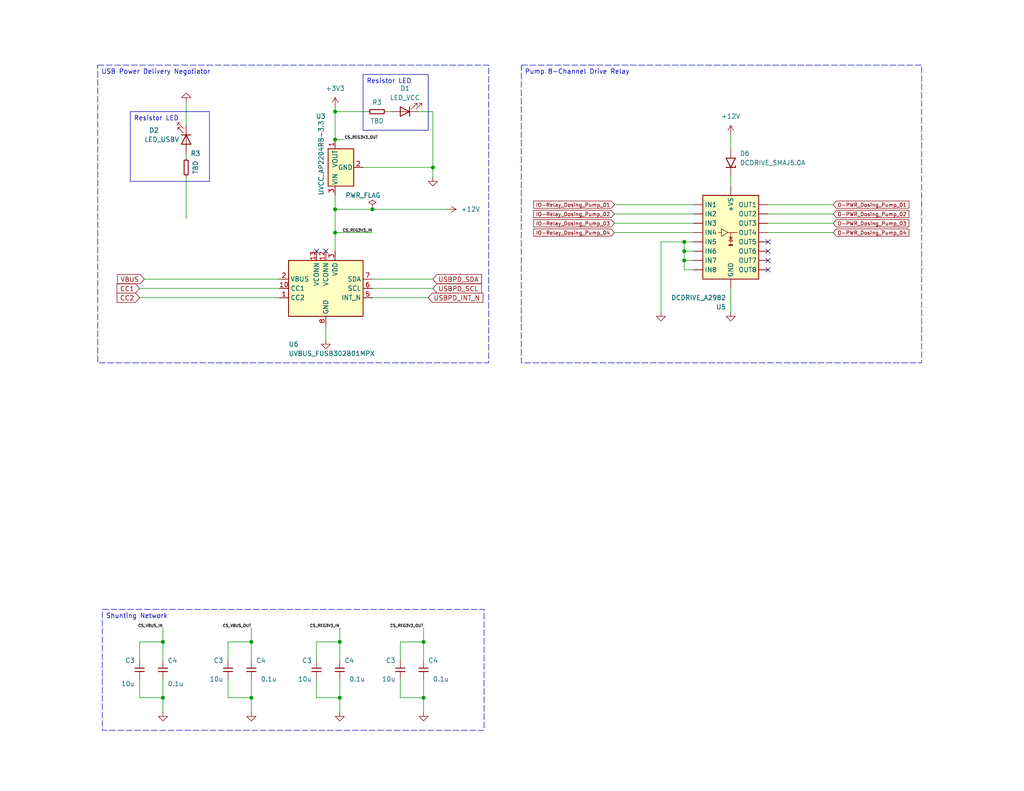
<source format=kicad_sch>
(kicad_sch (version 20230121) (generator eeschema)
  (paper "USLetter")
  (title_block (date "2023-11-12") (rev "10") (company "COEN/ELEC 490 Team 18"))
  (lib_symbols
    (symbol "Device:LED" (pin_numbers hide) (pin_names (offset 1.016) hide)
      (property "Reference" "D" (at 0 2.54 0))
      (property "Value" "LED" (at 0 -2.54 0))
      (symbol "LED_0_1"
        (polyline (pts (xy -1.27 -1.27) (xy -1.27 1.27)) (stroke (width 0.254)))
        (polyline (pts (xy -1.27 0) (xy 1.27 0)))
        (polyline (pts (xy 1.27 -1.27) (xy 1.27 1.27) (xy -1.27 0) (xy 1.27 -1.27)) (stroke (width 0.254)))
        (polyline (pts (xy -3.048 -0.762) (xy -4.572 -2.286) (xy -3.81 -2.286) (xy -4.572 -2.286) (xy -4.572 -1.524)))
        (polyline (pts (xy -1.778 -0.762) (xy -3.302 -2.286) (xy -2.54 -2.286) (xy -3.302 -2.286) (xy -3.302 -1.524)))
      )
      (symbol "LED_1_1"
        (pin passive line (at -3.81 0 0) (length 2.54) (name "K") (number "1"))
        (pin passive line (at 3.81 0 180) (length 2.54) (name "A") (number "2"))
      )
    )
    (symbol "Diode:SMAJ5.0A" (pin_numbers hide) (pin_names (offset 1.016) hide)
      (property "Reference" "D" (at 0 2.54 0))
      (property "Value" "SMAJ5.0A" (at 0 -2.54 0))
      (symbol "SMAJ5.0A_0_1"
        (polyline (pts (xy -0.762 1.27) (xy -1.27 1.27) (xy -1.27 -1.27)) (stroke (width 0.254)))
        (polyline (pts (xy 1.27 1.27) (xy 1.27 -1.27) (xy -1.27 0) (xy 1.27 1.27)) (stroke (width 0.254)))
      )
      (symbol "SMAJ5.0A_1_1"
        (pin passive line (at -3.81 0 0) (length 2.54) (name "A1") (number "1"))
        (pin passive line (at 3.81 0 180) (length 2.54) (name "A2") (number "2"))
      )
    )
    (symbol "GND_6" (power) (pin_numbers hide) (pin_names (offset 0) hide)
      (property "Value" "GND_6" (at 0 -3.81 0))
      (symbol "GND_6_0_1"
        (polyline (pts (xy 0 0) (xy 0 -1.27) (xy 1.27 -1.27) (xy 0 -2.54) (xy -1.27 -1.27) (xy 0 -1.27)))
      )
      (symbol "GND_6_1_1"
        (pin power_in line (at 0 0 270) (length 0) hide (name "GND") (number "1"))
      )
    )
    (symbol "GND_9" (power) (pin_numbers hide) (pin_names (offset 0) hide)
      (property "Value" "GND_9" (at 0 -3.81 0))
      (symbol "GND_9_0_1"
        (polyline (pts (xy 0 0) (xy 0 -1.27) (xy 1.27 -1.27) (xy 0 -2.54) (xy -1.27 -1.27) (xy 0 -1.27)))
      )
      (symbol "GND_9_1_1"
        (pin power_in line (at 0 0 270) (length 0) hide (name "GND") (number "1"))
      )
    )
    (symbol "Interface_USB:FUSB302B01MPX"
      (property "Reference" "U" (at -10.16 8.89 0))
      (property "Value" "FUSB302B01MPX" (at 3.81 8.89 0))
      (symbol "FUSB302B01MPX_0_1"
        (rectangle (start -10.16 7.62) (end 10.16 -7.62) (stroke (width 0.254)) (fill (type background)))
      )
      (symbol "FUSB302B01MPX_1_1"
        (pin bidirectional line (at 12.7 -2.54 180) (length 2.54) (name "CC2") (number "1"))
        (pin bidirectional line (at 12.7 0 180) (length 2.54) (name "CC1") (number "10"))
        (pin bidirectional line (at 12.7 0 180) (length 2.54) hide (name "CC1") (number "11"))
        (pin power_in line (at 0 10.16 270) (length 2.54) (name "VCONN") (number "12"))
        (pin power_in line (at 2.54 10.16 270) (length 2.54) (name "VCONN") (number "13"))
        (pin bidirectional line (at 12.7 -2.54 180) (length 2.54) hide (name "CC2") (number "14"))
        (pin passive line (at 0 -10.16 90) (length 2.54) hide (name "GND") (number "15"))
        (pin input line (at 12.7 2.54 180) (length 2.54) (name "VBUS") (number "2"))
        (pin power_in line (at -2.54 10.16 270) (length 2.54) (name "VDD") (number "3"))
        (pin passive line (at -2.54 10.16 270) (length 2.54) hide (name "VDD") (number "4"))
        (pin open_collector line (at -12.7 -2.54 0) (length 2.54) (name "INT_N") (number "5"))
        (pin input line (at -12.7 0 0) (length 2.54) (name "SCL") (number "6"))
        (pin bidirectional line (at -12.7 2.54 0) (length 2.54) (name "SDA") (number "7"))
        (pin power_in line (at 0 -10.16 90) (length 2.54) (name "GND") (number "8"))
        (pin passive line (at 0 -10.16 90) (length 2.54) hide (name "GND") (number "9"))
      )
    )
    (symbol "PCM_Generic-50:C,IEC" (pin_numbers hide) (pin_names (offset 0) hide)
      (property "Reference" "C" (at 1.27 1.27 0))
      (property "Value" "C,IEC" (at 1.27 -1.27 0))
      (property "Indicator" "+" (at -1.27 1.27 0))
      (symbol "C,IEC_1_1"
        (polyline (pts (xy -1.27 -0.4572) (xy 1.27 -0.4572)) (stroke (width 0.254)))
        (polyline (pts (xy -1.27 0.4572) (xy 1.27 0.4572)) (stroke (width 0.254)))
        (pin passive line (at 0 2.54 270) (length 2.0828) (name "+") (number "1"))
        (pin passive line (at 0 -2.54 90) (length 2.0828) (name "-") (number "2"))
      )
    )
    (symbol "PCM_Generic-50:R,IEC" (pin_numbers hide) (pin_names (offset 0) hide)
      (property "Reference" "R" (at 1.27 1.27 0))
      (property "Value" "R,IEC" (at 1.27 -1.27 0))
      (symbol "R,IEC_1_1"
        (rectangle (start -0.5588 1.9812) (end 0.5588 -1.9812) (stroke (width 0.254)))
        (pin passive line (at 0 2.54 270) (length 0.5588) (name "+") (number "1"))
        (pin passive line (at 0 -2.54 90) (length 0.5588) (name "-") (number "2"))
      )
    )
    (symbol "Regulator_Linear:AP2204RB-3.3" (pin_names (offset 0.254))
      (property "Reference" "U" (at -5.08 3.175 0))
      (property "Value" "AP2204RB-3.3" (at 0 3.175 0))
      (symbol "AP2204RB-3.3_0_1"
        (rectangle (start -5.08 1.905) (end 5.08 -5.08) (stroke (width 0.254)) (fill (type background)))
      )
      (symbol "AP2204RB-3.3_1_1"
        (pin power_out line (at 7.62 0 180) (length 2.54) (name "VOUT") (number "1"))
        (pin power_in line (at 0 -7.62 90) (length 2.54) (name "GND") (number "2"))
        (pin power_in line (at -7.62 0 0) (length 2.54) (name "VIN") (number "3"))
      )
    )
    (symbol "Transistor_Array:A2982" (pin_numbers hide)
      (property "Reference" "U" (at -7.62 11.43 0))
      (property "Value" "A2982" (at 7.62 11.43 0))
      (symbol "A2982_0_1"
        (rectangle (start -7.62 10.16) (end 7.62 -12.7) (stroke (width 0.254)) (fill (type background)))
        (rectangle (start -0.508 -3.302) (end 0.508 -3.556) (fill (type outline)))
        (polyline (pts (xy -1.778 -2.794) (xy -1.778 -2.794)) (stroke (width 0.254)))
        (polyline (pts (xy -1.778 -2.032) (xy -1.778 -2.032)) (stroke (width 0.254)))
        (polyline (pts (xy -1.778 -1.27) (xy -1.778 -1.27)) (stroke (width 0.254)))
        (polyline (pts (xy -1.778 1.27) (xy -1.778 1.27)) (stroke (width 0.254)))
        (polyline (pts (xy -1.778 2.032) (xy -1.778 2.032)) (stroke (width 0.254)))
        (polyline (pts (xy -1.778 2.794) (xy -1.778 2.794)) (stroke (width 0.254)))
        (polyline (pts (xy -0.762 0) (xy 1.778 0)))
        (polyline (pts (xy -0.508 -1.27) (xy 0.508 -1.27)))
        (polyline (pts (xy 0 0) (xy 0 -3.302)))
        (polyline (pts (xy 0 0) (xy 0 0)) (stroke (width 0.508)))
        (polyline (pts (xy 0 -1.27) (xy -0.508 -2.286) (xy 0.508 -2.286) (xy 0 -1.27)))
        (polyline (pts (xy -3.302 0) (xy -2.54 0) (xy -2.54 1.016) (xy -0.762 0) (xy -2.54 -1.016) (xy -2.54 0)))
      )
      (symbol "A2982_1_1"
        (pin input line (at -10.16 7.62 0) (length 2.54) (name "IN1") (number "1"))
        (pin no_connect line (at -2.54 -12.7 90) (length 2.54) hide (name "NC") (number "10"))
        (pin no_connect line (at 2.54 -12.7 90) (length 2.54) hide (name "NC") (number "11"))
        (pin power_in line (at 0 -15.24 90) (length 2.54) (name "GND") (number "12"))
        (pin open_emitter line (at 10.16 -10.16 180) (length 2.54) (name "OUT8") (number "13"))
        (pin open_emitter line (at 10.16 -7.62 180) (length 2.54) (name "OUT7") (number "14"))
        (pin open_emitter line (at 10.16 -5.08 180) (length 2.54) (name "OUT6") (number "15"))
        (pin open_emitter line (at 10.16 -2.54 180) (length 2.54) (name "OUT5") (number "16"))
        (pin open_emitter line (at 10.16 0 180) (length 2.54) (name "OUT4") (number "17"))
        (pin open_emitter line (at 10.16 2.54 180) (length 2.54) (name "OUT3") (number "18"))
        (pin open_emitter line (at 10.16 5.08 180) (length 2.54) (name "OUT2") (number "19"))
        (pin input line (at -10.16 5.08 0) (length 2.54) (name "IN2") (number "2"))
        (pin open_emitter line (at 10.16 7.62 180) (length 2.54) (name "OUT1") (number "20"))
        (pin input line (at -10.16 2.54 0) (length 2.54) (name "IN3") (number "3"))
        (pin input line (at -10.16 0 0) (length 2.54) (name "IN4") (number "4"))
        (pin input line (at -10.16 -2.54 0) (length 2.54) (name "IN5") (number "5"))
        (pin input line (at -10.16 -5.08 0) (length 2.54) (name "IN6") (number "6"))
        (pin input line (at -10.16 -7.62 0) (length 2.54) (name "IN7") (number "7"))
        (pin input line (at -10.16 -10.16 0) (length 2.54) (name "IN8") (number "8"))
        (pin power_in line (at 0 12.7 270) (length 2.54) (name "+VS") (number "9"))
      )
    )
    (symbol "power:+12V" (power) (pin_numbers hide) (pin_names (offset 0) hide)
      (property "Value" "+12V" (at 0 3.556 0))
      (symbol "+12V_0_1"
        (polyline (pts (xy -0.762 1.27) (xy 0 2.54)))
        (polyline (pts (xy 0 0) (xy 0 2.54)))
        (polyline (pts (xy 0 2.54) (xy 0.762 1.27)))
      )
      (symbol "+12V_1_1"
        (pin power_in line (at 0 0 90) (length 0) hide (name "+12V") (number "1"))
      )
    )
    (symbol "power:+3V3" (power) (pin_numbers hide) (pin_names (offset 0) hide)
      (property "Value" "+3V3" (at 0 3.556 0))
      (symbol "+3V3_0_1"
        (polyline (pts (xy -0.762 1.27) (xy 0 2.54)))
        (polyline (pts (xy 0 0) (xy 0 2.54)))
        (polyline (pts (xy 0 2.54) (xy 0.762 1.27)))
      )
      (symbol "+3V3_1_1"
        (pin power_in line (at 0 0 90) (length 0) hide (name "+3V3") (number "1"))
      )
    )
    (symbol "power:GND" (power) (pin_numbers hide) (pin_names (offset 0) hide)
      (property "Value" "GND" (at 0 -3.81 0))
      (symbol "GND_0_1"
        (polyline (pts (xy 0 0) (xy 0 -1.27) (xy 1.27 -1.27) (xy 0 -2.54) (xy -1.27 -1.27) (xy 0 -1.27)))
      )
      (symbol "GND_1_1"
        (pin power_in line (at 0 0 270) (length 0) hide (name "GND") (number "1"))
      )
    )
    (symbol "power:PWR_FLAG" (power) (pin_numbers hide) (pin_names (offset 0) hide)
      (property "Value" "PWR_FLAG" (at 0 3.81 0))
      (symbol "PWR_FLAG_0_0"
        (pin power_out line (at 0 0 90) (length 0) (name "pwr") (number "1"))
      )
      (symbol "PWR_FLAG_0_1"
        (polyline (pts (xy 0 0) (xy 0 1.27) (xy -1.016 1.905) (xy 0 2.54) (xy 1.016 1.905) (xy 0 1.27)))
      )
    )
  )
  (junction (at 115.57 175.26))
  (junction (at 101.6 57.15))
  (junction (at 91.44 63.5))
  (junction (at 44.45 190.5))
  (junction (at 68.58 175.26))
  (junction (at 115.57 190.5))
  (junction (at 92.71 175.26))
  (junction (at 186.69 66.04))
  (junction (at 91.44 38.1))
  (junction (at 92.71 190.5))
  (junction (at 186.69 68.58))
  (junction (at 186.69 71.12))
  (junction (at 118.11 45.72))
  (junction (at 91.44 57.15))
  (junction (at 44.45 175.26))
  (junction (at 91.44 30.48))
  (junction (at 68.58 190.5))
  (no_connect (at 209.55 68.58))
  (no_connect (at 209.55 66.04))
  (no_connect (at 209.55 73.66))
  (no_connect (at 86.36 68.58))
  (no_connect (at 209.55 71.12))
  (no_connect (at 88.9 68.58))
  (wire (pts (xy 92.71 180.34) (xy 92.71 175.26)))
  (wire (pts (xy 92.71 175.26) (xy 86.36 175.26)))
  (wire (pts (xy 44.45 180.34) (xy 44.45 175.26)))
  (wire (pts (xy 99.06 45.72) (xy 118.11 45.72)))
  (wire (pts (xy 115.57 175.26) (xy 109.22 175.26)))
  (wire (pts (xy 92.71 171.45) (xy 92.71 175.26)))
  (wire (pts (xy 50.8 41.91) (xy 50.8 43.18)))
  (wire (pts (xy 62.23 175.26) (xy 62.23 180.34)))
  (wire (pts (xy 189.23 55.88) (xy 167.64 55.88)))
  (wire (pts (xy 106.68 30.48) (xy 105.41 30.48)))
  (wire (pts (xy 68.58 175.26) (xy 62.23 175.26)))
  (wire (pts (xy 38.1 81.28) (xy 76.2 81.28)))
  (wire (pts (xy 118.11 48.26) (xy 118.11 45.72)))
  (wire (pts (xy 92.71 190.5) (xy 92.71 194.31)))
  (wire (pts (xy 86.36 185.42) (xy 86.36 190.5)))
  (wire (pts (xy 109.22 175.26) (xy 109.22 180.34)))
  (wire (pts (xy 227.33 55.88) (xy 209.55 55.88)))
  (wire (pts (xy 189.23 60.96) (xy 167.64 60.96)))
  (wire (pts (xy 44.45 190.5) (xy 44.45 194.31)))
  (wire (pts (xy 101.6 63.5) (xy 91.44 63.5)))
  (wire (pts (xy 115.57 190.5) (xy 115.57 185.42)))
  (wire (pts (xy 100.33 30.48) (xy 91.44 30.48)))
  (wire (pts (xy 101.6 78.74) (xy 118.11 78.74)))
  (wire (pts (xy 91.44 30.48) (xy 91.44 38.1)))
  (wire (pts (xy 101.6 57.15) (xy 121.92 57.15)))
  (wire (pts (xy 39.37 76.2) (xy 76.2 76.2)))
  (wire (pts (xy 62.23 190.5) (xy 68.58 190.5)))
  (wire (pts (xy 101.6 76.2) (xy 118.11 76.2)))
  (wire (pts (xy 118.11 30.48) (xy 118.11 45.72)))
  (wire (pts (xy 189.23 66.04) (xy 186.69 66.04)))
  (wire (pts (xy 189.23 73.66) (xy 186.69 73.66)))
  (wire (pts (xy 227.33 60.96) (xy 209.55 60.96)))
  (wire (pts (xy 68.58 171.45) (xy 68.58 175.26)))
  (wire (pts (xy 186.69 73.66) (xy 186.69 71.12)))
  (wire (pts (xy 227.33 63.5) (xy 209.55 63.5)))
  (wire (pts (xy 88.9 88.9) (xy 88.9 92.71)))
  (wire (pts (xy 91.44 53.34) (xy 91.44 57.15)))
  (wire (pts (xy 62.23 185.42) (xy 62.23 190.5)))
  (wire (pts (xy 186.69 68.58) (xy 186.69 66.04)))
  (wire (pts (xy 91.44 63.5) (xy 91.44 57.15)))
  (wire (pts (xy 44.45 190.5) (xy 44.45 185.42)))
  (wire (pts (xy 38.1 190.5) (xy 44.45 190.5)))
  (wire (pts (xy 189.23 63.5) (xy 167.64 63.5)))
  (wire (pts (xy 186.69 68.58) (xy 189.23 68.58)))
  (wire (pts (xy 186.69 71.12) (xy 186.69 68.58)))
  (wire (pts (xy 186.69 66.04) (xy 180.34 66.04)))
  (wire (pts (xy 38.1 78.74) (xy 76.2 78.74)))
  (wire (pts (xy 68.58 180.34) (xy 68.58 175.26)))
  (wire (pts (xy 38.1 175.26) (xy 38.1 180.34)))
  (wire (pts (xy 91.44 57.15) (xy 101.6 57.15)))
  (wire (pts (xy 68.58 190.5) (xy 68.58 185.42)))
  (wire (pts (xy 180.34 66.04) (xy 180.34 85.09)))
  (wire (pts (xy 92.71 190.5) (xy 92.71 185.42)))
  (wire (pts (xy 86.36 190.5) (xy 92.71 190.5)))
  (wire (pts (xy 68.58 190.5) (xy 68.58 194.31)))
  (wire (pts (xy 199.39 36.83) (xy 199.39 40.64)))
  (wire (pts (xy 115.57 180.34) (xy 115.57 175.26)))
  (wire (pts (xy 86.36 175.26) (xy 86.36 180.34)))
  (wire (pts (xy 50.8 27.94) (xy 50.8 34.29)))
  (wire (pts (xy 109.22 185.42) (xy 109.22 190.5)))
  (wire (pts (xy 91.44 38.1) (xy 93.98 38.1)))
  (wire (pts (xy 109.22 190.5) (xy 115.57 190.5)))
  (wire (pts (xy 91.44 63.5) (xy 91.44 68.58)))
  (wire (pts (xy 199.39 85.09) (xy 199.39 78.74)))
  (wire (pts (xy 114.3 30.48) (xy 118.11 30.48)))
  (wire (pts (xy 101.6 81.28) (xy 116.84 81.28)))
  (wire (pts (xy 189.23 58.42) (xy 167.64 58.42)))
  (wire (pts (xy 50.8 48.26) (xy 50.8 59.69)))
  (wire (pts (xy 227.33 58.42) (xy 209.55 58.42)))
  (wire (pts (xy 44.45 175.26) (xy 38.1 175.26)))
  (wire (pts (xy 186.69 71.12) (xy 189.23 71.12)))
  (wire (pts (xy 38.1 185.42) (xy 38.1 190.5)))
  (wire (pts (xy 199.39 50.8) (xy 199.39 48.26)))
  (wire (pts (xy 91.44 30.48) (xy 91.44 29.21)))
  (wire (pts (xy 115.57 171.45) (xy 115.57 175.26)))
  (wire (pts (xy 44.45 171.45) (xy 44.45 175.26)))
  (wire (pts (xy 115.57 190.5) (xy 115.57 194.31)))
  (text_box "Resistor LED" (at 99.06 20.32 0) (size 17.78 15.24) (effects (font (size 1.27 1.27)) (justify left top)))
  (text_box "USB Power Delivery Negotiator" (at 26.67 17.78 0) (size 106.68 81.28) (stroke (width 0) (type dash)) (effects (font (size 1.27 1.27)) (justify left top)))
  (text_box "Shunting Network" (at 27.94 166.37 0) (size 104.14 33.02) (stroke (width 0) (type dash)) (effects (font (size 1.27 1.27)) (justify left top)))
  (text_box "Pump 8-Channel Drive Relay" (at 142.24 17.78 0) (size 109.22 81.28) (stroke (width 0) (type dash)) (effects (font (size 1.27 1.27)) (justify left top)))
  (text_box "Resistor LED" (at 35.56 30.48 0) (size 21.59 19.05) (effects (font (size 1.27 1.27)) (justify left top)))
  (label "CS_REG3V3_OUT" (at 115.57 171.45 180) (effects (font (size 0.75 0.75))))
  (label "CS_VBUS_IN" (at 44.45 171.45 180) (effects (font (size 0.75 0.75))))
  (label "CS_REG3V3_IN" (at 101.6 63.5 180) (effects (font (size 0.75 0.75))))
  (label "CS_REG3V3_OUT" (at 93.98 38.1 0) (effects (font (size 0.75 0.75))))
  (label "CS_REG3V3_IN" (at 92.71 171.45 180) (effects (font (size 0.75 0.75))))
  (label "CS_VBUS_OUT" (at 68.58 171.45 180) (effects (font (size 0.75 0.75))))
  (global_label "CC2" (shape input) (at 38.1 81.28 180) (property "Intersheetrefs" "${INTERSHEET_REFS}" (effects hide)))
  (global_label "USBPD_INT_N" (shape input) (at 116.84 81.28 0) (property "Intersheetrefs" "${INTERSHEET_REFS}" (effects hide)))
  (global_label "IO-Relay_Dosing_Pump_01" (shape input) (at 167.64 55.88 180) (effects (font (size 1 1))) (property "Intersheetrefs" "${INTERSHEET_REFS}" (effects hide)))
  (global_label "IO-Relay_Dosing_Pump_02" (shape input) (at 167.64 58.42 180) (effects (font (size 1 1))) (property "Intersheetrefs" "${INTERSHEET_REFS}" (effects hide)))
  (global_label "O-PWR_Dosing_Pump_04" (shape input) (at 227.33 63.5 0) (effects (font (size 1 1))) (property "Intersheetrefs" "${INTERSHEET_REFS}" (effects hide)))
  (global_label "O-PWR_Dosing_Pump_02" (shape input) (at 227.33 58.42 0) (effects (font (size 1 1))) (property "Intersheetrefs" "${INTERSHEET_REFS}" (effects hide)))
  (global_label "USBPD_SDA" (shape input) (at 118.11 76.2 0) (property "Intersheetrefs" "${INTERSHEET_REFS}" (effects hide)))
  (global_label "O-PWR_Dosing_Pump_01" (shape input) (at 227.33 55.88 0) (effects (font (size 1 1))) (property "Intersheetrefs" "${INTERSHEET_REFS}" (effects hide)))
  (global_label "IO-Relay_Dosing_Pump_03" (shape input) (at 167.64 60.96 180) (effects (font (size 1 1))) (property "Intersheetrefs" "${INTERSHEET_REFS}" (effects hide)))
  (global_label "O-PWR_Dosing_Pump_03" (shape input) (at 227.33 60.96 0) (effects (font (size 1 1))) (property "Intersheetrefs" "${INTERSHEET_REFS}" (effects hide)))
  (global_label "USBPD_SCL" (shape input) (at 118.11 78.74 0) (property "Intersheetrefs" "${INTERSHEET_REFS}" (effects hide)))
  (global_label "CC1" (shape input) (at 38.1 78.74 180) (property "Intersheetrefs" "${INTERSHEET_REFS}" (effects hide)))
  (global_label "IO-Relay_Dosing_Pump_04" (shape input) (at 167.64 63.5 180) (effects (font (size 1 1))) (property "Intersheetrefs" "${INTERSHEET_REFS}" (effects hide)))
  (global_label "VBUS" (shape input) (at 39.37 76.2 180) (property "Intersheetrefs" "${INTERSHEET_REFS}" (effects hide)))
  (symbol (lib_name "GND_9") (lib_id "power:GND") (at 199.39 85.09 0) (unit 1)
    (property "Reference" "#PWR035" (effects hide))
    (property "Value" "GND" (effects hide))
    (instances (project "490 Project PCB" (path "" (reference "#PWR035") (unit 1)) (path "" (reference "#PWR037") (unit 1))))
  )
  (symbol (lib_id "Device:LED") (at 110.49 30.48 180) (unit 1)
    (property "Reference" "D1" (at 110.49 24.13 0))
    (property "Value" "LED_VCC" (at 110.49 26.67 0))
    (property "Footprint" "LED_THT:LED_D3.0mm" (effects hide))
  )
  (symbol (lib_id "Transistor_Array:A2982") (at 199.39 63.5 0) (unit 1)
    (property "Reference" "U5" (at 198.12 83.82 0) (effects (justify right)))
    (property "Value" "DCDRIVE_A2982" (at 198.12 81.28 0) (effects (justify right)))
    (property "Footprint" "Package_SO:SOIC-20W_7.5x12.8mm_P1.27mm" (effects hide))
    (property "Datasheet" "https://www.allegromicro.com/~/media/Files/Datasheets/A2981-2-Datasheet.ashx" (effects hide))
  )
  (symbol (lib_id "PCM_Generic-50:R,IEC") (at 50.8 45.72 180) (unit 1)
    (property "Reference" "R3" (at 53.34 41.91 0))
    (property "Value" "TBD" (at 53.34 45.72 90))
    (property "Indicator" "+" (effects hide))
    (instances (project "490 Project PCB" (path "" (reference "R3") (unit 1)) (path "" (reference "R10") (unit 1)) (path "" (reference "R10") (unit 1))))
  )
  (symbol (lib_id "power:GND") (at 44.45 194.31 0) (mirror y) (unit 1)
    (property "Reference" "#PWR020" (effects hide))
    (property "Value" "GND" (effects hide))
    (instances (project "490 Project PCB" (path "" (reference "#PWR020") (unit 1)) (path "" (reference "#PWR039") (unit 1))))
  )
  (symbol (lib_id "PCM_Generic-50:R,IEC") (at 102.87 30.48 90) (mirror x) (unit 1)
    (property "Reference" "R3" (at 102.87 27.94 90))
    (property "Value" "TBD" (at 102.87 33.02 90))
    (property "Indicator" "+" (effects hide))
    (instances (project "490 Project PCB" (path "" (reference "R3") (unit 1)) (path "" (reference "R9") (unit 1)) (path "" (reference "R9") (unit 1))))
  )
  (symbol (lib_id "Regulator_Linear:AP2204RB-3.3") (at 91.44 45.72 90) (unit 1)
    (property "Reference" "U3" (at 88.9 31.75 90) (effects (justify left)))
    (property "Value" "UVCC_AP2204RB-3.3" (at 87.63 53.34 0) (effects (justify left)))
    (property "Footprint" "Package_TO_SOT_SMD:SOT-89-3" (effects hide))
    (property "Datasheet" "https://www.diodes.com/assets/Datasheets/AP2204.pdf" (effects hide))
  )
  (symbol (lib_id "PCM_Generic-50:C,IEC") (at 44.45 182.88 0) (mirror x) (unit 1)
    (property "Reference" "C4" (at 45.72 180.34 0) (effects (justify left)))
    (property "Value" "0.1u" (at 45.72 186.69 0) (effects (justify left)))
    (property "Footprint" "Capacitor_THT:C_Disc_D3.8mm_W2.6mm_P2.50mm" (effects hide))
    (property "Indicator" "+" (effects hide))
    (instances (project "490 Project PCB" (path "" (reference "C4") (unit 1)) (path "" (reference "C11") (unit 1))))
  )
  (symbol (lib_id "PCM_Generic-50:C,IEC") (at 86.36 182.88 180) (unit 1)
    (property "Reference" "C3" (at 85.09 180.34 0) (effects (justify left)))
    (property "Value" "10u" (at 85.09 185.42 0) (effects (justify left)))
    (property "Footprint" "Capacitor_THT:C_Radial_D5.0mm_H7.0mm_P2.00mm" (effects hide))
    (property "Indicator" "+" (effects hide))
    (instances (project "490 Project PCB" (path "" (reference "C3") (unit 1)) (path "" (reference "C14") (unit 1))))
  )
  (symbol (lib_id "Device:LED") (at 50.8 38.1 270) (unit 1)
    (property "Reference" "D2" (at 40.64 35.56 90) (effects (justify left)))
    (property "Value" "LED_USBV" (at 39.37 38.1 90) (effects (justify left)))
    (property "Footprint" "LED_THT:LED_D3.0mm" (effects hide))
  )
  (symbol (lib_id "PCM_Generic-50:C,IEC") (at 62.23 182.88 180) (unit 1)
    (property "Reference" "C3" (at 60.96 180.34 0) (effects (justify left)))
    (property "Value" "10u" (at 60.96 185.42 0) (effects (justify left)))
    (property "Footprint" "Capacitor_THT:C_Radial_D5.0mm_H7.0mm_P2.00mm" (effects hide))
    (property "Indicator" "+" (effects hide))
    (instances (project "490 Project PCB" (path "" (reference "C3") (unit 1)) (path "" (reference "C12") (unit 1))))
  )
  (symbol (lib_id "power:PWR_FLAG") (at 101.6 57.15 0) (mirror y) (unit 1)
    (property "Reference" "#FLG02" (effects hide))
    (property "Value" "PWR_FLAG" (at 99.06 53.34 0))
  )
  (symbol (lib_id "power:+12V") (at 199.39 36.83 0) (unit 1)
    (property "Reference" "#PWR037" (effects hide))
    (property "Value" "+12V" (at 199.39 31.75 0))
    (instances (project "490 Project PCB" (path "" (reference "#PWR037") (unit 1)) (path "" (reference "#PWR034") (unit 1))))
  )
  (symbol (lib_name "GND_6") (lib_id "power:GND") (at 50.8 27.94 180) (unit 1)
    (property "Reference" "#PWR016" (effects hide))
    (property "Value" "GND" (effects hide))
  )
  (symbol (lib_id "PCM_Generic-50:C,IEC") (at 92.71 182.88 0) (mirror x) (unit 1)
    (property "Reference" "C4" (at 93.98 180.34 0) (effects (justify left)))
    (property "Value" "0.1u" (at 95.25 185.42 0) (effects (justify left)))
    (property "Footprint" "Capacitor_THT:C_Disc_D3.8mm_W2.6mm_P2.50mm" (effects hide))
    (property "Indicator" "+" (effects hide))
    (instances (project "490 Project PCB" (path "" (reference "C4") (unit 1)) (path "" (reference "C15") (unit 1))))
  )
  (symbol (lib_id "power:GND") (at 88.9 92.71 0) (mirror y) (unit 1)
    (property "Reference" "#PWR020" (effects hide))
    (property "Value" "GND" (effects hide))
    (instances (project "490 Project PCB" (path "" (reference "#PWR020") (unit 1)) (path "" (reference "#PWR023") (unit 1))))
  )
  (symbol (lib_id "power:GND") (at 118.11 48.26 0) (mirror y) (unit 1)
    (property "Reference" "#PWR020" (effects hide))
    (property "Value" "GND" (effects hide))
  )
  (symbol (lib_id "Interface_USB:FUSB302B01MPX") (at 88.9 78.74 0) (mirror y) (unit 1)
    (property "Reference" "U6" (at 78.74 93.98 0) (effects (justify right)))
    (property "Value" "UVBUS_FUSB302B01MPX" (at 78.74 96.52 0) (effects (justify right)))
    (property "Footprint" "Package_DFN_QFN:WQFN-14-1EP_2.5x2.5mm_P0.5mm_EP1.45x1.45mm" (effects hide))
    (property "Datasheet" "http://www.onsemi.com/pub/Collateral/FUSB302B-D.PDF" (effects hide))
  )
  (symbol (lib_id "power:+3V3") (at 91.44 29.21 0) (mirror y) (unit 1)
    (property "Reference" "#PWR017" (effects hide))
    (property "Value" "+3V3" (at 91.44 24.13 0))
  )
  (symbol (lib_id "power:GND") (at 68.58 194.31 0) (mirror y) (unit 1)
    (property "Reference" "#PWR020" (effects hide))
    (property "Value" "GND" (effects hide))
    (instances (project "490 Project PCB" (path "" (reference "#PWR020") (unit 1)) (path "" (reference "#PWR040") (unit 1))))
  )
  (symbol (lib_name "GND_9") (lib_id "power:GND") (at 180.34 85.09 0) (unit 1)
    (property "Reference" "#PWR034" (effects hide))
    (property "Value" "GND" (effects hide))
    (instances (project "490 Project PCB" (path "" (reference "#PWR034") (unit 1)) (path "" (reference "#PWR035") (unit 1))))
  )
  (symbol (lib_id "PCM_Generic-50:C,IEC") (at 38.1 182.88 180) (unit 1)
    (property "Reference" "C3" (at 36.83 180.34 0) (effects (justify left)))
    (property "Value" "10u" (at 36.83 186.69 0) (effects (justify left)))
    (property "Footprint" "Capacitor_THT:C_Radial_D5.0mm_H7.0mm_P2.00mm" (effects hide))
    (property "Indicator" "+" (effects hide))
    (instances (project "490 Project PCB" (path "" (reference "C3") (unit 1)) (path "" (reference "C10") (unit 1))))
  )
  (symbol (lib_id "PCM_Generic-50:C,IEC") (at 109.22 182.88 180) (unit 1)
    (property "Reference" "C3" (at 107.95 180.34 0) (effects (justify left)))
    (property "Value" "10u" (at 107.95 185.42 0) (effects (justify left)))
    (property "Footprint" "Capacitor_THT:C_Radial_D5.0mm_H7.0mm_P2.00mm" (effects hide))
    (property "Indicator" "+" (effects hide))
    (instances (project "490 Project PCB" (path "" (reference "C3") (unit 1)) (path "" (reference "C16") (unit 1))))
  )
  (symbol (lib_id "PCM_Generic-50:C,IEC") (at 115.57 182.88 0) (mirror x) (unit 1)
    (property "Reference" "C4" (at 116.84 180.34 0) (effects (justify left)))
    (property "Value" "0.1u" (at 118.11 185.42 0) (effects (justify left)))
    (property "Footprint" "Capacitor_THT:C_Disc_D3.8mm_W2.6mm_P2.50mm" (effects hide))
    (property "Indicator" "+" (effects hide))
    (instances (project "490 Project PCB" (path "" (reference "C4") (unit 1)) (path "" (reference "C17") (unit 1))))
  )
  (symbol (lib_id "power:+12V") (at 121.92 57.15 270) (unit 1)
    (property "Reference" "#PWR036" (effects hide))
    (property "Value" "+12V" (at 125.73 57.15 90) (effects (justify left)))
  )
  (symbol (lib_id "PCM_Generic-50:C,IEC") (at 68.58 182.88 0) (mirror x) (unit 1)
    (property "Reference" "C4" (at 69.85 180.34 0) (effects (justify left)))
    (property "Value" "0.1u" (at 71.12 185.42 0) (effects (justify left)))
    (property "Footprint" "Capacitor_THT:C_Disc_D3.8mm_W2.6mm_P2.50mm" (effects hide))
    (property "Indicator" "+" (effects hide))
    (instances (project "490 Project PCB" (path "" (reference "C4") (unit 1)) (path "" (reference "C13") (unit 1))))
  )
  (symbol (lib_id "power:GND") (at 92.71 194.31 0) (mirror y) (unit 1)
    (property "Reference" "#PWR020" (effects hide))
    (property "Value" "GND" (effects hide))
    (instances (project "490 Project PCB" (path "" (reference "#PWR020") (unit 1)) (path "" (reference "#PWR041") (unit 1))))
  )
  (symbol (lib_id "Diode:SMAJ5.0A") (at 199.39 44.45 270) (mirror x) (unit 1)
    (property "Reference" "D6" (at 203.2 41.91 90))
    (property "Value" "DCDRIVE_SMAJ5.0A" (at 210.82 44.45 90))
    (property "Footprint" "Diode_SMD:D_SMA" (effects hide))
    (property "Datasheet" "https://www.littelfuse.com/media?resourcetype=datasheets&itemid=75e32973-b177-4ee3-a0ff-cedaf1abdb93&filename=smaj-datasheet" (effects hide))
  )
  (symbol (lib_id "power:GND") (at 115.57 194.31 0) (mirror y) (unit 1)
    (property "Reference" "#PWR020" (effects hide))
    (property "Value" "GND" (effects hide))
    (instances (project "490 Project PCB" (path "" (reference "#PWR020") (unit 1)) (path "" (reference "#PWR042") (unit 1))))
  )
)
</source>
